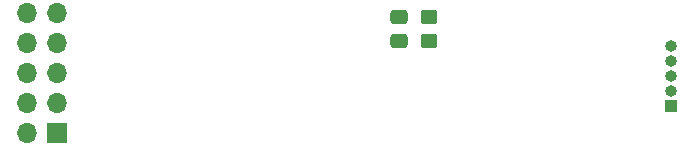
<source format=gbr>
%TF.GenerationSoftware,KiCad,Pcbnew,(6.0.2)*%
%TF.CreationDate,2023-02-06T19:57:10-08:00*%
%TF.ProjectId,SWD_to_v4WF_Cable,5357445f-746f-45f7-9634-57465f436162,rev?*%
%TF.SameCoordinates,Original*%
%TF.FileFunction,Soldermask,Top*%
%TF.FilePolarity,Negative*%
%FSLAX46Y46*%
G04 Gerber Fmt 4.6, Leading zero omitted, Abs format (unit mm)*
G04 Created by KiCad (PCBNEW (6.0.2)) date 2023-02-06 19:57:10*
%MOMM*%
%LPD*%
G01*
G04 APERTURE LIST*
G04 Aperture macros list*
%AMRoundRect*
0 Rectangle with rounded corners*
0 $1 Rounding radius*
0 $2 $3 $4 $5 $6 $7 $8 $9 X,Y pos of 4 corners*
0 Add a 4 corners polygon primitive as box body*
4,1,4,$2,$3,$4,$5,$6,$7,$8,$9,$2,$3,0*
0 Add four circle primitives for the rounded corners*
1,1,$1+$1,$2,$3*
1,1,$1+$1,$4,$5*
1,1,$1+$1,$6,$7*
1,1,$1+$1,$8,$9*
0 Add four rect primitives between the rounded corners*
20,1,$1+$1,$2,$3,$4,$5,0*
20,1,$1+$1,$4,$5,$6,$7,0*
20,1,$1+$1,$6,$7,$8,$9,0*
20,1,$1+$1,$8,$9,$2,$3,0*%
G04 Aperture macros list end*
%ADD10RoundRect,0.250000X0.450000X-0.350000X0.450000X0.350000X-0.450000X0.350000X-0.450000X-0.350000X0*%
%ADD11RoundRect,0.250000X-0.475000X0.337500X-0.475000X-0.337500X0.475000X-0.337500X0.475000X0.337500X0*%
%ADD12R,1.700000X1.700000*%
%ADD13O,1.700000X1.700000*%
%ADD14R,1.000000X1.000000*%
%ADD15O,1.000000X1.000000*%
G04 APERTURE END LIST*
D10*
%TO.C,R1*%
X163775000Y-56600000D03*
X163775000Y-54600000D03*
%TD*%
D11*
%TO.C,C1*%
X161275000Y-54550000D03*
X161275000Y-56625000D03*
%TD*%
D12*
%TO.C,J2*%
X132250000Y-64425000D03*
D13*
X129710000Y-64425000D03*
X132250000Y-61885000D03*
X129710000Y-61885000D03*
X132250000Y-59345000D03*
X129710000Y-59345000D03*
X132250000Y-56805000D03*
X129710000Y-56805000D03*
X132250000Y-54265000D03*
X129710000Y-54265000D03*
%TD*%
D14*
%TO.C,J1*%
X184275000Y-62135000D03*
D15*
X184275000Y-60865000D03*
X184275000Y-59595000D03*
X184275000Y-58325000D03*
X184275000Y-57055000D03*
%TD*%
M02*

</source>
